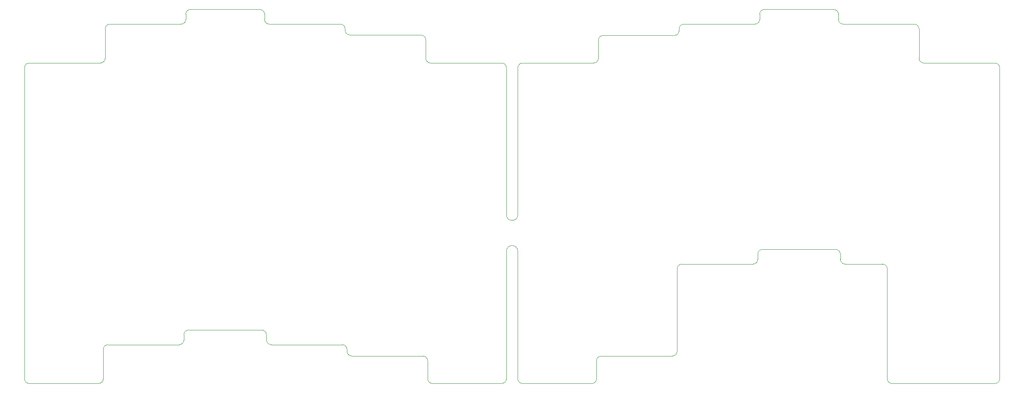
<source format=gbr>
G04 #@! TF.GenerationSoftware,KiCad,Pcbnew,9.0.0*
G04 #@! TF.CreationDate,2025-03-20T15:30:03+09:00*
G04 #@! TF.ProjectId,nofy,6e6f6679-2e6b-4696-9361-645f70636258,rev?*
G04 #@! TF.SameCoordinates,Original*
G04 #@! TF.FileFunction,Profile,NP*
%FSLAX46Y46*%
G04 Gerber Fmt 4.6, Leading zero omitted, Abs format (unit mm)*
G04 Created by KiCad (PCBNEW 9.0.0) date 2025-03-20 15:30:03*
%MOMM*%
%LPD*%
G01*
G04 APERTURE LIST*
G04 #@! TA.AperFunction,Profile*
%ADD10C,0.050000*%
G04 #@! TD*
G04 #@! TA.AperFunction,Profile*
%ADD11C,0.100000*%
G04 #@! TD*
G04 APERTURE END LIST*
D10*
X154500000Y-23200000D02*
G75*
G02*
X153500000Y-24200000I-1000000J0D01*
G01*
X68100000Y-21800000D02*
G75*
G02*
X67100000Y-20800000I0J1000000D01*
G01*
X85100000Y-24100000D02*
X100100000Y-24100000D01*
X67100000Y-19700000D02*
X67100000Y-20800000D01*
X17500000Y-30000000D02*
X32500000Y-29999993D01*
X187500000Y-69300000D02*
G75*
G02*
X188500000Y-70300000I0J-1000000D01*
G01*
X16500000Y-31000000D02*
G75*
G02*
X17500000Y-30000000I1000000J0D01*
G01*
X120500000Y-31000000D02*
X120500000Y-62000000D01*
X171500000Y-19700000D02*
G75*
G02*
X172500000Y-18700000I1000000J0D01*
G01*
X102500000Y-97600000D02*
G75*
G02*
X101500000Y-96600000I0J1000000D01*
G01*
X16500000Y-96600000D02*
X16500000Y-31000000D01*
X50500000Y-20800000D02*
G75*
G02*
X49500000Y-21800000I-1000000J0D01*
G01*
X117100000Y-30000000D02*
X102100000Y-30000000D01*
X33500000Y-28999993D02*
X33500000Y-22800000D01*
X171100000Y-70300000D02*
G75*
G02*
X172100000Y-69300000I1000000J0D01*
G01*
X199400000Y-97600000D02*
X221100000Y-97600000D01*
X66100000Y-18700000D02*
G75*
G02*
X67100000Y-19700000I0J-1000000D01*
G01*
X137100000Y-96600000D02*
G75*
G02*
X136100000Y-97600000I-1000000J0D01*
G01*
X171500000Y-20800000D02*
G75*
G02*
X170500000Y-21800000I-1000000J0D01*
G01*
X206100000Y-29999993D02*
G75*
G02*
X205100007Y-28999993I0J999993D01*
G01*
X83500000Y-89400000D02*
G75*
G02*
X84500000Y-90400000I0J-1000000D01*
G01*
X50100000Y-87300000D02*
X50100000Y-88400000D01*
X137100000Y-96600000D02*
X137100000Y-92800000D01*
X171500000Y-19700000D02*
X171500000Y-20800000D01*
X198400000Y-73400000D02*
X198400000Y-96600000D01*
X154100000Y-73400000D02*
G75*
G02*
X155100000Y-72400000I1000000J0D01*
G01*
X187100000Y-18700000D02*
X172500000Y-18700000D01*
X204100000Y-21800000D02*
X189100000Y-21800000D01*
X197400000Y-72400000D02*
G75*
G02*
X198400000Y-73400000I0J-1000000D01*
G01*
X171100000Y-71400000D02*
X171100000Y-70300000D01*
X50500000Y-20800000D02*
X50500000Y-19700000D01*
X189500000Y-72400000D02*
X197400000Y-72400000D01*
X50100000Y-88400000D02*
G75*
G02*
X49100000Y-89400000I-1000000J0D01*
G01*
X118100000Y-31006552D02*
X118100000Y-62000000D01*
X189100000Y-21800000D02*
G75*
G02*
X188100000Y-20800000I0J1000000D01*
G01*
X155100000Y-72400000D02*
X170100000Y-72400000D01*
X83500000Y-89400000D02*
X68500000Y-89400000D01*
X84100000Y-22800000D02*
X84100000Y-23100000D01*
X50500000Y-19700000D02*
G75*
G02*
X51500000Y-18700000I1000000J0D01*
G01*
X101100000Y-25100000D02*
X101100000Y-28996246D01*
X17500000Y-97600000D02*
G75*
G02*
X16500000Y-96600000I0J1000000D01*
G01*
X68500000Y-89400000D02*
G75*
G02*
X67500000Y-88400000I0J1000000D01*
G01*
X170500000Y-21800000D02*
X155500000Y-21800000D01*
X66500000Y-86300000D02*
X51100000Y-86300000D01*
X171100000Y-71400000D02*
G75*
G02*
X170100000Y-72400000I-1000000J0D01*
G01*
X100500000Y-91800000D02*
G75*
G02*
X101500000Y-92800000I0J-1000000D01*
G01*
X102100000Y-30000000D02*
G75*
G02*
X101100000Y-29000000I0J1000000D01*
G01*
X68100000Y-21800000D02*
X83100000Y-21800000D01*
X85100000Y-24100000D02*
G75*
G02*
X84100000Y-23100000I0J1000000D01*
G01*
X117100000Y-97600000D02*
X102500000Y-97600000D01*
X204100000Y-21800000D02*
G75*
G02*
X205100000Y-22800000I0J-1000000D01*
G01*
X137500000Y-25200000D02*
G75*
G02*
X138500000Y-24200000I1000000J0D01*
G01*
X85500000Y-91800000D02*
G75*
G02*
X84500000Y-90800000I0J1000000D01*
G01*
X121500000Y-97600000D02*
G75*
G02*
X120500000Y-96600000I0J1000000D01*
G01*
X172100000Y-69300000D02*
X187500000Y-69300000D01*
X189500000Y-72400000D02*
G75*
G02*
X188500000Y-71400000I0J1000000D01*
G01*
X121500000Y-97600000D02*
X136100000Y-97600000D01*
X33100000Y-90400000D02*
G75*
G02*
X34100000Y-89400000I1000000J0D01*
G01*
X33100000Y-90400000D02*
X33100000Y-96600000D01*
X51500000Y-18700000D02*
X66100000Y-18700000D01*
X120500000Y-31000000D02*
G75*
G02*
X121500000Y-30000000I1000000J0D01*
G01*
X137500000Y-29000000D02*
X137500000Y-25200000D01*
X136500000Y-30000000D02*
X121500000Y-30000000D01*
X187100000Y-18700000D02*
G75*
G02*
X188100000Y-19700000I0J-1000000D01*
G01*
X33500000Y-28999993D02*
G75*
G02*
X32500000Y-30000000I-1000000J-7D01*
G01*
X188500000Y-70300000D02*
X188500000Y-71400000D01*
X222100000Y-96600000D02*
X222100000Y-31000000D01*
X199400000Y-97600000D02*
G75*
G02*
X198400000Y-96600000I0J1000000D01*
G01*
X120500000Y-96600000D02*
X120500000Y-69700000D01*
X100500000Y-91800000D02*
X85500000Y-91800000D01*
X138100000Y-91800000D02*
X153100000Y-91800000D01*
X188100000Y-20800000D02*
X188100000Y-19700000D01*
X67500000Y-88400000D02*
X67500000Y-87300000D01*
X153500000Y-24200000D02*
X138500000Y-24200000D01*
X33100000Y-96600000D02*
G75*
G02*
X32100000Y-97600000I-1000000J0D01*
G01*
X154100000Y-90800000D02*
X154100000Y-73400000D01*
X205100000Y-28999993D02*
X205100000Y-22800000D01*
X221100000Y-30000000D02*
G75*
G02*
X222100000Y-31000000I0J-1000000D01*
G01*
X49100000Y-89400000D02*
X34100000Y-89400000D01*
X100100000Y-24100000D02*
G75*
G02*
X101100000Y-25100000I0J-1000000D01*
G01*
X84500000Y-90800000D02*
X84500000Y-90400000D01*
X50100000Y-87300000D02*
G75*
G02*
X51100000Y-86300000I1000000J0D01*
G01*
X66500000Y-86300000D02*
G75*
G02*
X67500000Y-87300000I0J-1000000D01*
G01*
X33500000Y-22800000D02*
G75*
G02*
X34500000Y-21800000I1000000J0D01*
G01*
X137500000Y-29000000D02*
G75*
G02*
X136500000Y-30000000I-1000000J0D01*
G01*
X137100000Y-92800000D02*
G75*
G02*
X138100000Y-91800000I1000000J0D01*
G01*
X83100000Y-21800000D02*
G75*
G02*
X84100000Y-22800000I0J-1000000D01*
G01*
X154500000Y-22800000D02*
X154500000Y-23200000D01*
X154500000Y-22800000D02*
G75*
G02*
X155500000Y-21800000I1000000J0D01*
G01*
X118100000Y-69700000D02*
X118100000Y-96600000D01*
X101500000Y-96600000D02*
X101500000Y-92800000D01*
X32100000Y-97600000D02*
X17500000Y-97600000D01*
X154100000Y-90800000D02*
G75*
G02*
X153100000Y-91800000I-1000000J0D01*
G01*
X34500000Y-21800000D02*
X49500000Y-21800000D01*
X221100000Y-30000000D02*
X206100000Y-29999993D01*
X117100000Y-30000000D02*
G75*
G02*
X118100000Y-31000000I0J-1000000D01*
G01*
X222100000Y-96600000D02*
G75*
G02*
X221100000Y-97600000I-1000000J0D01*
G01*
X118100000Y-96600000D02*
G75*
G02*
X117100000Y-97600000I-1000000J0D01*
G01*
D11*
X118100000Y-69700000D02*
G75*
G02*
X120500000Y-69700000I1200000J0D01*
G01*
X120500000Y-62000000D02*
G75*
G02*
X118100000Y-62000000I-1200000J0D01*
G01*
M02*

</source>
